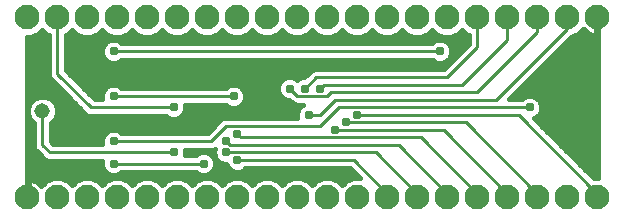
<source format=gbl>
G75*
%MOIN*%
%OFA0B0*%
%FSLAX24Y24*%
%IPPOS*%
%LPD*%
%AMOC8*
5,1,8,0,0,1.08239X$1,22.5*
%
%ADD10C,0.0827*%
%ADD11C,0.0515*%
%ADD12C,0.0310*%
%ADD13C,0.0100*%
%ADD14C,0.0160*%
D10*
X000680Y000680D03*
X001680Y000680D03*
X002680Y000680D03*
X003680Y000680D03*
X004680Y000680D03*
X005680Y000680D03*
X006680Y000680D03*
X007680Y000680D03*
X008680Y000680D03*
X009680Y000680D03*
X010680Y000680D03*
X011680Y000680D03*
X012680Y000680D03*
X013680Y000680D03*
X014680Y000680D03*
X015680Y000680D03*
X016680Y000680D03*
X017680Y000680D03*
X018680Y000680D03*
X019680Y000680D03*
X019680Y006680D03*
X018680Y006680D03*
X017680Y006680D03*
X016680Y006680D03*
X015680Y006680D03*
X014680Y006680D03*
X013680Y006680D03*
X012680Y006680D03*
X011680Y006680D03*
X010680Y006680D03*
X009680Y006680D03*
X008680Y006680D03*
X007680Y006680D03*
X006680Y006680D03*
X005680Y006680D03*
X004680Y006680D03*
X003680Y006680D03*
X002680Y006680D03*
X001680Y006680D03*
X000680Y006680D03*
D11*
X001180Y003555D03*
D12*
X003555Y004055D03*
X005555Y003680D03*
X007555Y004055D03*
X009055Y003555D03*
X010055Y003430D03*
X011305Y003180D03*
X011680Y003430D03*
X010930Y002930D03*
X007680Y002805D03*
X007305Y002555D03*
X007305Y002180D03*
X007680Y001930D03*
X006555Y001805D03*
X005555Y002180D03*
X003555Y001806D03*
X003555Y002555D03*
X009430Y004305D03*
X009930Y004305D03*
X010430Y004305D03*
X014430Y005555D03*
X015055Y005805D03*
X017430Y003680D03*
X018055Y003680D03*
X005180Y006055D03*
X003555Y005555D03*
D13*
X014430Y005555D01*
X014680Y004680D02*
X015680Y005680D01*
X015680Y006680D01*
X016680Y006680D02*
X016680Y005930D01*
X015180Y004430D01*
X010555Y004430D01*
X010430Y004305D01*
X010680Y004055D02*
X010805Y004180D01*
X015680Y004180D01*
X017680Y006180D01*
X017680Y006680D01*
X018680Y006680D02*
X018680Y006305D01*
X016305Y003930D01*
X010930Y003930D01*
X010430Y003430D01*
X010055Y003430D01*
X010430Y003055D02*
X007305Y003055D01*
X006805Y002555D01*
X003555Y002555D01*
X003555Y001806D02*
X006429Y001806D01*
X006555Y001805D01*
X007305Y002180D02*
X012305Y002180D01*
X013680Y000805D01*
X013680Y000680D01*
X012680Y000680D02*
X012680Y000805D01*
X011555Y001930D01*
X007680Y001930D01*
X007430Y002430D02*
X013055Y002430D01*
X014680Y000805D01*
X014680Y000680D01*
X015680Y000680D02*
X015680Y000805D01*
X013805Y002680D01*
X007805Y002680D01*
X007680Y002805D01*
X007305Y002555D02*
X007430Y002430D01*
X005555Y002180D02*
X001430Y002180D01*
X001180Y002430D01*
X001180Y003555D01*
X001680Y004805D02*
X002805Y003680D01*
X005555Y003680D01*
X003555Y004055D02*
X007555Y004055D01*
X009430Y004305D02*
X009680Y004055D01*
X010680Y004055D01*
X010305Y004680D02*
X009930Y004305D01*
X010305Y004680D02*
X014680Y004680D01*
X017430Y003680D02*
X011055Y003680D01*
X010430Y003055D01*
X010930Y002930D02*
X014555Y002930D01*
X016680Y000805D01*
X016680Y000680D01*
X017680Y000680D02*
X017680Y000805D01*
X015305Y003180D01*
X011305Y003180D01*
X011680Y003430D02*
X017055Y003430D01*
X019680Y000805D01*
X019680Y000680D01*
X001680Y004805D02*
X001680Y006680D01*
D14*
X001180Y006270D02*
X001316Y006135D01*
X001400Y006100D01*
X001400Y004749D01*
X001443Y004646D01*
X001521Y004568D01*
X002646Y003443D01*
X002749Y003400D01*
X005291Y003400D01*
X005337Y003354D01*
X005478Y003295D01*
X005632Y003295D01*
X005773Y003354D01*
X005881Y003462D01*
X005940Y003603D01*
X005940Y003757D01*
X005932Y003775D01*
X007291Y003775D01*
X007337Y003729D01*
X007478Y003670D01*
X007632Y003670D01*
X007773Y003729D01*
X007881Y003837D01*
X007940Y003978D01*
X007940Y004132D01*
X007881Y004273D01*
X007773Y004381D01*
X007632Y004440D01*
X007478Y004440D01*
X007337Y004381D01*
X007291Y004335D01*
X003819Y004335D01*
X003773Y004381D01*
X003632Y004440D01*
X003478Y004440D01*
X003337Y004381D01*
X003229Y004273D01*
X003170Y004132D01*
X003170Y003978D01*
X003178Y003960D01*
X002921Y003960D01*
X001960Y004921D01*
X001960Y006100D01*
X002044Y006135D01*
X002180Y006270D01*
X002316Y006135D01*
X002552Y006037D01*
X002808Y006037D01*
X003044Y006135D01*
X003180Y006270D01*
X003316Y006135D01*
X003552Y006037D01*
X003808Y006037D01*
X004044Y006135D01*
X004180Y006270D01*
X004316Y006135D01*
X004552Y006037D01*
X004808Y006037D01*
X005044Y006135D01*
X005180Y006270D01*
X005316Y006135D01*
X005552Y006037D01*
X005808Y006037D01*
X006044Y006135D01*
X006180Y006270D01*
X006316Y006135D01*
X006552Y006037D01*
X006808Y006037D01*
X007044Y006135D01*
X007180Y006270D01*
X007316Y006135D01*
X007552Y006037D01*
X007808Y006037D01*
X008044Y006135D01*
X008180Y006270D01*
X008316Y006135D01*
X008552Y006037D01*
X008808Y006037D01*
X009044Y006135D01*
X009180Y006270D01*
X009316Y006135D01*
X009552Y006037D01*
X009808Y006037D01*
X010044Y006135D01*
X010180Y006270D01*
X010316Y006135D01*
X010552Y006037D01*
X010808Y006037D01*
X011044Y006135D01*
X011180Y006270D01*
X011316Y006135D01*
X011552Y006037D01*
X011808Y006037D01*
X012044Y006135D01*
X012180Y006270D01*
X012316Y006135D01*
X012552Y006037D01*
X012808Y006037D01*
X013044Y006135D01*
X013180Y006270D01*
X013316Y006135D01*
X013552Y006037D01*
X013808Y006037D01*
X014044Y006135D01*
X014180Y006270D01*
X014316Y006135D01*
X014552Y006037D01*
X014808Y006037D01*
X015044Y006135D01*
X015180Y006270D01*
X015316Y006135D01*
X015400Y006100D01*
X015400Y005796D01*
X014564Y004960D01*
X010249Y004960D01*
X010146Y004917D01*
X010068Y004839D01*
X010068Y004839D01*
X009919Y004690D01*
X009853Y004690D01*
X009712Y004631D01*
X009680Y004599D01*
X009648Y004631D01*
X009507Y004690D01*
X009353Y004690D01*
X009212Y004631D01*
X009104Y004523D01*
X009045Y004382D01*
X009045Y004228D01*
X009104Y004087D01*
X009212Y003979D01*
X009353Y003920D01*
X009419Y003920D01*
X009443Y003896D01*
X009521Y003818D01*
X009624Y003775D01*
X009882Y003775D01*
X009837Y003756D01*
X009729Y003648D01*
X009670Y003507D01*
X009670Y003353D01*
X009678Y003335D01*
X007249Y003335D01*
X007146Y003292D01*
X006689Y002835D01*
X003819Y002835D01*
X003773Y002881D01*
X003632Y002940D01*
X003478Y002940D01*
X003337Y002881D01*
X003229Y002773D01*
X003170Y002632D01*
X003170Y002478D01*
X003178Y002460D01*
X001546Y002460D01*
X001460Y002546D01*
X001460Y003146D01*
X001593Y003279D01*
X001667Y003458D01*
X001667Y003652D01*
X001593Y003831D01*
X001456Y003968D01*
X001277Y004042D01*
X001083Y004042D01*
X000904Y003968D01*
X000767Y003831D01*
X000693Y003652D01*
X000693Y003458D01*
X000767Y003279D01*
X000900Y003146D01*
X000900Y002374D01*
X000943Y002271D01*
X001021Y002193D01*
X001271Y001943D01*
X001374Y001900D01*
X003177Y001900D01*
X003170Y001883D01*
X003170Y001729D01*
X003229Y001588D01*
X003337Y001480D01*
X003478Y001421D01*
X003632Y001421D01*
X003773Y001480D01*
X003819Y001526D01*
X006290Y001526D01*
X006337Y001479D01*
X006478Y001420D01*
X006632Y001420D01*
X006773Y001479D01*
X006881Y001587D01*
X006940Y001728D01*
X006940Y001882D01*
X006881Y002023D01*
X006773Y002131D01*
X006632Y002190D01*
X006478Y002190D01*
X006337Y002131D01*
X006292Y002086D01*
X005933Y002086D01*
X005940Y002103D01*
X005940Y002257D01*
X005932Y002275D01*
X006861Y002275D01*
X006941Y002308D01*
X006920Y002257D01*
X006920Y002103D01*
X006979Y001962D01*
X007087Y001854D01*
X007228Y001795D01*
X007319Y001795D01*
X007354Y001712D01*
X007462Y001604D01*
X007603Y001545D01*
X007757Y001545D01*
X007898Y001604D01*
X007944Y001650D01*
X011439Y001650D01*
X011766Y001323D01*
X011552Y001323D01*
X011316Y001225D01*
X011180Y001090D01*
X011044Y001225D01*
X010808Y001323D01*
X010552Y001323D01*
X010316Y001225D01*
X010180Y001090D01*
X010044Y001225D01*
X009808Y001323D01*
X009552Y001323D01*
X009316Y001225D01*
X009180Y001090D01*
X009044Y001225D01*
X008808Y001323D01*
X008552Y001323D01*
X008316Y001225D01*
X008180Y001090D01*
X008044Y001225D01*
X007808Y001323D01*
X007552Y001323D01*
X007316Y001225D01*
X007180Y001090D01*
X007044Y001225D01*
X006808Y001323D01*
X006552Y001323D01*
X006316Y001225D01*
X006180Y001090D01*
X006044Y001225D01*
X005808Y001323D01*
X005552Y001323D01*
X005316Y001225D01*
X005180Y001090D01*
X005044Y001225D01*
X004808Y001323D01*
X004552Y001323D01*
X004316Y001225D01*
X004180Y001090D01*
X004044Y001225D01*
X003808Y001323D01*
X003552Y001323D01*
X003316Y001225D01*
X003180Y001090D01*
X003044Y001225D01*
X002808Y001323D01*
X002552Y001323D01*
X002316Y001225D01*
X002180Y001090D01*
X002044Y001225D01*
X001808Y001323D01*
X001552Y001323D01*
X001316Y001225D01*
X001143Y001053D01*
X001133Y001067D01*
X001067Y001133D01*
X000991Y001188D01*
X000908Y001230D01*
X000819Y001259D01*
X000738Y001272D01*
X000738Y000738D01*
X000660Y000738D01*
X000660Y006037D01*
X000808Y006037D01*
X001044Y006135D01*
X001180Y006270D01*
X001113Y006203D02*
X001247Y006203D01*
X001400Y006045D02*
X000827Y006045D01*
X000660Y005886D02*
X001400Y005886D01*
X001400Y005728D02*
X000660Y005728D01*
X000660Y005569D02*
X001400Y005569D01*
X001400Y005411D02*
X000660Y005411D01*
X000660Y005252D02*
X001400Y005252D01*
X001400Y005094D02*
X000660Y005094D01*
X000660Y004935D02*
X001400Y004935D01*
X001400Y004777D02*
X000660Y004777D01*
X000660Y004618D02*
X001471Y004618D01*
X001630Y004460D02*
X000660Y004460D01*
X000660Y004301D02*
X001788Y004301D01*
X001947Y004143D02*
X000660Y004143D01*
X000660Y003984D02*
X000942Y003984D01*
X001418Y003984D02*
X002105Y003984D01*
X002264Y003826D02*
X001596Y003826D01*
X001661Y003667D02*
X002422Y003667D01*
X002581Y003509D02*
X001667Y003509D01*
X001623Y003350D02*
X005346Y003350D01*
X005764Y003350D02*
X009671Y003350D01*
X009671Y003509D02*
X005901Y003509D01*
X005940Y003667D02*
X009748Y003667D01*
X009514Y003826D02*
X007870Y003826D01*
X007940Y003984D02*
X009207Y003984D01*
X009081Y004143D02*
X007935Y004143D01*
X007853Y004301D02*
X009045Y004301D01*
X009077Y004460D02*
X002421Y004460D01*
X002263Y004618D02*
X009199Y004618D01*
X009661Y004618D02*
X009699Y004618D01*
X010006Y004777D02*
X002104Y004777D01*
X001960Y004935D02*
X010189Y004935D01*
X010533Y006045D02*
X009827Y006045D01*
X009533Y006045D02*
X008827Y006045D01*
X008533Y006045D02*
X007827Y006045D01*
X007533Y006045D02*
X006827Y006045D01*
X006533Y006045D02*
X005827Y006045D01*
X005533Y006045D02*
X004827Y006045D01*
X004533Y006045D02*
X003827Y006045D01*
X003533Y006045D02*
X002827Y006045D01*
X002533Y006045D02*
X001960Y006045D01*
X002113Y006203D02*
X002247Y006203D01*
X003113Y006203D02*
X003247Y006203D01*
X003337Y005881D02*
X003478Y005940D01*
X003632Y005940D01*
X003773Y005881D01*
X003819Y005835D01*
X014166Y005835D01*
X014212Y005881D01*
X014353Y005940D01*
X014507Y005940D01*
X014648Y005881D01*
X014756Y005773D01*
X014815Y005632D01*
X014815Y005478D01*
X014756Y005337D01*
X014648Y005229D01*
X014507Y005170D01*
X014353Y005170D01*
X014212Y005229D01*
X014166Y005275D01*
X003819Y005275D01*
X003773Y005229D01*
X003632Y005170D01*
X003478Y005170D01*
X003337Y005229D01*
X003229Y005337D01*
X003170Y005478D01*
X003170Y005632D01*
X003229Y005773D01*
X003337Y005881D01*
X003348Y005886D02*
X001960Y005886D01*
X001960Y005728D02*
X003210Y005728D01*
X003170Y005569D02*
X001960Y005569D01*
X001960Y005411D02*
X003198Y005411D01*
X003314Y005252D02*
X001960Y005252D01*
X001960Y005094D02*
X014698Y005094D01*
X014671Y005252D02*
X014856Y005252D01*
X014787Y005411D02*
X015015Y005411D01*
X015173Y005569D02*
X014815Y005569D01*
X014775Y005728D02*
X015332Y005728D01*
X015400Y005886D02*
X014637Y005886D01*
X014223Y005886D02*
X003762Y005886D01*
X004113Y006203D02*
X004247Y006203D01*
X005113Y006203D02*
X005247Y006203D01*
X006113Y006203D02*
X006247Y006203D01*
X007113Y006203D02*
X007247Y006203D01*
X008113Y006203D02*
X008247Y006203D01*
X009113Y006203D02*
X009247Y006203D01*
X010113Y006203D02*
X010247Y006203D01*
X010827Y006045D02*
X011533Y006045D01*
X011827Y006045D02*
X012533Y006045D01*
X012827Y006045D02*
X013533Y006045D01*
X013827Y006045D02*
X014533Y006045D01*
X014827Y006045D02*
X015400Y006045D01*
X015247Y006203D02*
X015113Y006203D01*
X014247Y006203D02*
X014113Y006203D01*
X013247Y006203D02*
X013113Y006203D01*
X012247Y006203D02*
X012113Y006203D01*
X011247Y006203D02*
X011113Y006203D01*
X014189Y005252D02*
X003796Y005252D01*
X003257Y004301D02*
X002580Y004301D01*
X002738Y004143D02*
X003175Y004143D01*
X003170Y003984D02*
X002897Y003984D01*
X001506Y003192D02*
X007046Y003192D01*
X006887Y003033D02*
X001460Y003033D01*
X001460Y002875D02*
X003330Y002875D01*
X003780Y002875D02*
X006729Y002875D01*
X006920Y002241D02*
X005940Y002241D01*
X006822Y002082D02*
X006929Y002082D01*
X006923Y001924D02*
X007017Y001924D01*
X006940Y001765D02*
X007332Y001765D01*
X007459Y001607D02*
X006889Y001607D01*
X006699Y001448D02*
X011641Y001448D01*
X011483Y001607D02*
X007901Y001607D01*
X007890Y001290D02*
X008470Y001290D01*
X008221Y001131D02*
X008139Y001131D01*
X007470Y001290D02*
X006890Y001290D01*
X007139Y001131D02*
X007221Y001131D01*
X006470Y001290D02*
X005890Y001290D01*
X006139Y001131D02*
X006221Y001131D01*
X006411Y001448D02*
X003697Y001448D01*
X003890Y001290D02*
X004470Y001290D01*
X004221Y001131D02*
X004139Y001131D01*
X003470Y001290D02*
X002890Y001290D01*
X003139Y001131D02*
X003221Y001131D01*
X002470Y001290D02*
X001890Y001290D01*
X002139Y001131D02*
X002221Y001131D01*
X001470Y001290D02*
X000660Y001290D01*
X000660Y001448D02*
X003413Y001448D01*
X003221Y001607D02*
X000660Y001607D01*
X000660Y001765D02*
X003170Y001765D01*
X004890Y001290D02*
X005470Y001290D01*
X005221Y001131D02*
X005139Y001131D01*
X008890Y001290D02*
X009470Y001290D01*
X009221Y001131D02*
X009139Y001131D01*
X009890Y001290D02*
X010470Y001290D01*
X010221Y001131D02*
X010139Y001131D01*
X010890Y001290D02*
X011470Y001290D01*
X011221Y001131D02*
X011139Y001131D01*
X017563Y003318D02*
X017648Y003354D01*
X017756Y003462D01*
X017815Y003603D01*
X017815Y003757D01*
X017756Y003898D01*
X017648Y004006D01*
X017507Y004065D01*
X017353Y004065D01*
X017212Y004006D01*
X017166Y003960D01*
X016731Y003960D01*
X018808Y006037D01*
X018808Y006037D01*
X019044Y006135D01*
X019217Y006307D01*
X019227Y006293D01*
X019293Y006227D01*
X019369Y006172D01*
X019452Y006130D01*
X019541Y006101D01*
X019622Y006088D01*
X019622Y006622D01*
X019700Y006622D01*
X019700Y001323D01*
X019558Y001323D01*
X017563Y003318D01*
X017639Y003350D02*
X019700Y003350D01*
X019700Y003192D02*
X017689Y003192D01*
X017848Y003033D02*
X019700Y003033D01*
X019700Y002875D02*
X018006Y002875D01*
X018165Y002716D02*
X019700Y002716D01*
X019700Y002558D02*
X018323Y002558D01*
X018482Y002399D02*
X019700Y002399D01*
X019700Y002241D02*
X018640Y002241D01*
X018799Y002082D02*
X019700Y002082D01*
X019700Y001924D02*
X018957Y001924D01*
X019116Y001765D02*
X019700Y001765D01*
X019700Y001607D02*
X019274Y001607D01*
X019433Y001448D02*
X019700Y001448D01*
X019700Y003509D02*
X017776Y003509D01*
X017815Y003667D02*
X019700Y003667D01*
X019700Y003826D02*
X017786Y003826D01*
X017670Y003984D02*
X019700Y003984D01*
X019700Y004143D02*
X016913Y004143D01*
X017072Y004301D02*
X019700Y004301D01*
X019700Y004460D02*
X017230Y004460D01*
X017389Y004618D02*
X019700Y004618D01*
X019700Y004777D02*
X017547Y004777D01*
X017706Y004935D02*
X019700Y004935D01*
X019700Y005094D02*
X017864Y005094D01*
X018023Y005252D02*
X019700Y005252D01*
X019700Y005411D02*
X018181Y005411D01*
X018340Y005569D02*
X019700Y005569D01*
X019700Y005728D02*
X018498Y005728D01*
X018657Y005886D02*
X019700Y005886D01*
X019700Y006045D02*
X018827Y006045D01*
X019113Y006203D02*
X019327Y006203D01*
X019622Y006203D02*
X019700Y006203D01*
X019700Y006362D02*
X019622Y006362D01*
X019622Y006520D02*
X019700Y006520D01*
X017190Y003984D02*
X016755Y003984D01*
X003205Y002716D02*
X001460Y002716D01*
X001460Y002558D02*
X003170Y002558D01*
X001318Y001924D02*
X000660Y001924D01*
X000660Y002082D02*
X001132Y002082D01*
X000974Y002241D02*
X000660Y002241D01*
X000660Y002399D02*
X000900Y002399D01*
X000900Y002558D02*
X000660Y002558D01*
X000660Y002716D02*
X000900Y002716D01*
X000900Y002875D02*
X000660Y002875D01*
X000660Y003033D02*
X000900Y003033D01*
X000854Y003192D02*
X000660Y003192D01*
X000660Y003350D02*
X000737Y003350D01*
X000693Y003509D02*
X000660Y003509D01*
X000660Y003667D02*
X000699Y003667D01*
X000660Y003826D02*
X000764Y003826D01*
X000738Y001131D02*
X000660Y001131D01*
X000660Y000973D02*
X000738Y000973D01*
X000738Y000814D02*
X000660Y000814D01*
X001068Y001131D02*
X001221Y001131D01*
M02*

</source>
